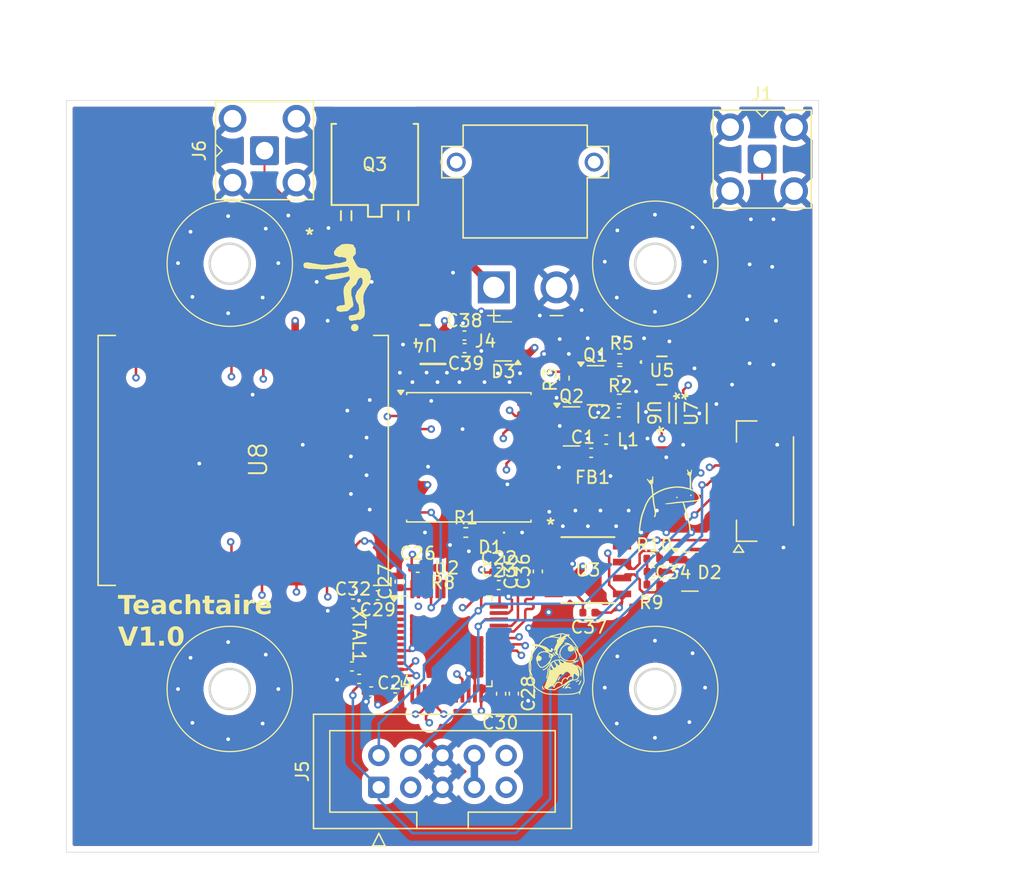
<source format=kicad_pcb>
(kicad_pcb (version 20241229) (generator "pcbnew") (generator_version "9.0")
  (layers (0 "F.Cu" signal) (4 "In1.Cu" signal) (6 "In2.Cu" signal) (2 "B.Cu" signal) (13 "F.Paste" user) (15 "B.Paste" user) (5 "F.SilkS" user "F.Silkscreen") (7 "B.SilkS" user "B.Silkscreen") (1 "F.Mask" user) (3 "B.Mask" user) (25 "Edge.Cuts" user))
  (net 0 "")
  (net 1 "Net-(J1-In)")
  (net 2 "Net-(C1-Pad2)")
  (net 3 "Net-(U5--IN)")
  (net 4 "GND")
  (net 5 "+3.3V")
  (net 6 "NRST")
  (net 7 "Net-(U2-PF0)")
  (net 8 "Net-(U2-PF1)")
  (net 9 "Net-(C34-Pad1)")
  (net 10 "5VLOGIC")
  (net 11 "VBAT")
  (net 12 "Net-(D1-A)")
  (net 13 "CANo_-")
  (net 14 "CANo_+")
  (net 15 "/GNSS_Bias_T/RF_IN")
  (net 16 "SWDIO")
  (net 17 "SWCLK1")
  (net 21 "Net-(Q1-G)")
  (net 22 "Net-(Q1-S)")
  (net 23 "/GNSS_Bias_T/ANT_OFF_N")
  (net 24 "Net-(U1-TIMEPULSE)")
  (net 25 "Net-(U5-+IN)")
  (net 26 "Net-(U2-BOOT0)")
  (net 27 "PA10")
  (net 28 "/GNSS_Bias_T/ANT_DETECT")
  (net 29 "PA9")
  (net 31 "/GNSS_Bias_T/ANT_SHORT_N")
  (net 36 "LoRa_RESET")
  (net 37 "LoRa_MOSI")
  (net 45 "LoRa_RX_SWITCH")
  (net 46 "LoRa_DIO2")
  (net 47 "LoRa_NSS")
  (net 51 "LoRa_TX_SWITCH")
  (net 52 "LoRa_SCK")
  (net 55 "LoRa_MISO")
  (net 63 "CAN_-")
  (net 64 "CAN_+")
  (net 65 "Net-(U5-OUT)")
  (net 66 "/GNSS_Bias_T/V_ANT")
  (net 69 "Net-(Q3-S)")
  (net 71 "Net-(J6-In)")
  (net 76 "GNSS_RESET")
  (net 77 "/GNSS_Bias_T/Antenna Supply")
  (net 78 "Net-(Q3-D)")
  (footprint "Capacitor_SMD:C_0402_1005Metric" (layer "F.Cu") (at 158.484457 104.931248 90)
    (property "Reference" "C27")
    (property "Value" "100nF")
  )
  (footprint "Capacitor_SMD:C_0402_1005Metric" (layer "F.Cu") (at 163.64715 85.282304 180)
    (property "Reference" "C38")
    (property "Value" "1uF")
  )
  (footprint "Capacitor_SMD:C_0402_1005Metric" (layer "F.Cu") (at 168.527632 104.111302 90)
    (property "Reference" "C35")
    (property "Value" "47uF")
  )
  (footprint "Resistor_SMD:R_0402_1005Metric" (layer "F.Cu") (at 178.715309 105.1579)
    (property "Reference" "R9")
    (property "Value" "60 Ω")
  )
  (footprint "Capacitor_SMD:C_0402_1005Metric" (layer "F.Cu") (at 173.577449 107.39715 180)
    (property "Reference" "C37")
    (property "Value" "100nF")
  )
  (footprint "Package_TO_SOT_SMD:SOT-23" (layer "F.Cu") (at 181.636088 104.12354)
    (property "Reference" "D2")
    (property "Value" "NUP2105L")
  )
  (footprint "Capacitor_SMD:C_0402_1005Metric" (layer "F.Cu") (at 163.662637 86.288947)
    (property "Reference" "C39")
    (property "Value" "100nF")
  )
  (footprint "Resistor_SMD:R_0402_1005Metric" (layer "F.Cu") (at 178.706105 103.090234 180)
    (property "Reference" "R10")
    (property "Value" "60 Ω")
  )
  (footprint "Resistor_SMD:R_0402_1005Metric" (layer "F.Cu") (at 171.616657 88.682001 -90)
    (property "Reference" "R3")
    (property "Value" "100kΩ" (hide yes))
  )
  (footprint "Capacitor_SMD:C_0402_1005Metric" (layer "F.Cu") (at 158.130068 114.169113)
    (property "Reference" "C24")
    (property "Value" "1uF" (hide yes))
  )
  (footprint "footprints:XCVR_RF-LORA-868-SO" (layer "F.Cu") (at 146 95.25 -90)
    (property "Reference" "U8")
    (property "Value" "RF-LORA-868-SO" (hide yes))
  )
  (footprint "Capacitor_SMD:C_0402_1005Metric" (layer "F.Cu") (at 159.921829 103.820022)
    (property "Reference" "C26")
    (property "Value" "100nF")
  )
  (footprint "Resistor_SMD:R_0402_1005Metric" (layer "F.Cu") (at 161.931957 103.831248 180)
    (property "Reference" "R8")
    (property "Value" "10kΩ")
  )
  (footprint "Capacitor_SMD:C_0402_1005Metric" (layer "F.Cu") (at 154.758603 106.675746)
    (property "Reference" "C32")
    (property "Value" "8pF" (hide yes))
  )
  (footprint "Capacitor_SMD:C_0402_1005Metric" (layer "F.Cu") (at 166.385456 104.18697)
    (property "Reference" "C22")
    (property "Value" "4.7uF")
  )
  (footprint "footprints:DBV0005A_N" (layer "F.Cu") (at 160.5 86 180)
    (property "Reference" "U4")
    (property "Value" "TLV70433DBVT" (hide yes))
  )
  (footprint "RF_GPS:ublox_MAX" (layer "F.Cu") (at 164 95)
    (property "Reference" "U1" (hide yes))
    (property "Value" "MAX-M10S")
  )
  (footprint "LOGO" (layer "F.Cu") (at 180 98.5)
    (property "Reference" "G***" (hide yes))
    (property "Value" "LOGO" (hide yes))
  )
  (footprint "Resistor_SMD:R_0402_1005Metric" (layer "F.Cu") (at 176.010768 90.351873 180)
    (property "Reference" "R2")
    (property "Value" "10Ω" (hide yes))
  )
  (footprint "Resistor_SMD:R_0402_1005Metric" (layer "F.Cu") (at 176.036802 87.132236 180)
    (property "Reference" "R5")
    (property "Value" "100kΩ" (hide yes))
  )
  (footprint "Capacitor_SMD:C_0402_1005Metric" (layer "F.Cu") (at 169.505544 104.11221 90)
    (property "Reference" "C36")
    (property "Value" "100nF")
  )
  (footprint "Connector_Coaxial:SMA_BAT_Wireless_BWSMA-KWE-Z001" (layer "F.Cu") (at 187.4 71.2 -90)
    (property "Reference" "J1")
    (property "Value" "Conn_Coaxial" (hide yes))
  )
  (footprint "Package_QFP:LQFP-48_7x7mm_P0.5mm" (layer "F.Cu") (at 162.234457 109.681248)
    (property "Reference" "U2")
    (property "Value" "STM32F072C8Tx" (hide yes))
  )
  (footprint "LOGO" (layer "F.Cu") (at 171 111.5)
    (property "Reference" "G***" (hide yes))
    (property "Value" "LOGO" (hide yes))
  )
  (footprint "Connector_Coaxial:SMA_BAT_Wireless_BWSMA-KWE-Z001" (layer "F.Cu") (at 147.7 70.525)
    (property "Reference" "J6")
    (property "Value" "Conn_Coaxial" (hide yes))
  )
  (footprint "Resistor_SMD:R_0402_1005Metric" (layer "F.Cu") (at 163.76 101)
    (property "Reference" "R1")
    (property "Value" "R")
  )
  (footprint "footprints:XTAL_NX3225GD-8MHZ-STD-CRA-3_NDK" (layer "F.Cu") (at 155.236045 109.186981 -90)
    (property "Reference" "XTAL1")
    (property "Value" "NX3225GD-8MHZ-STD-CRA-3" (hide yes))
  )
  (footprint "Connector_IDC:IDC-Header_2x05_P2.54mm_Vertical" (layer "F.Cu") (at 156.82 121.34 90)
    (property "Reference" "J5")
    (property "Value" "Conn_01x10")
  )
  (footprint "Package_TO_SOT_SMD:SOT-23" (layer "F.Cu") (at 166.75 85.75 180)
    (property "Reference" "D3")
    (property "Value" "BAT54C")
  )
  (footprint "LED_SMD:LED_0402_1005Metric" (layer "F.Cu") (at 165.71654 101.014705 180)
    (property "Reference" "D1")
    (property "Value" "LED")
  )
  (footprint "Capacitor_SMD:C_0402_1005Metric" (layer "F.Cu") (at 175.965712 91.416823 180)
    (property "Reference" "C2")
    (property "Value" "10nF" (hide yes))
  )
  (footprint "Capacitor_SMD:C_0402_1005Metric" (layer "F.Cu") (at 173.757934 94.642947)
    (property "Reference" "FB1")
    (property "Value" "FerriteBead")
  )
  (footprint "Package_TO_SOT_SMD:SOT-23" (layer "F.Cu") (at 172.191673 92.532768)
    (property "Reference" "Q2")
    (property "Value" "NMOS" (hide yes))
  )
  (footprint "Capacitor_SMD:C_0402_1005Metric" (layer "F.Cu") (at 154.674131 111.691251)
    (property "Reference" "C33" (hide yes))
    (property "Value" "8pF" (hide yes))
  )
  (footprint "Capacitor_SMD:C_0402_1005Metric" (layer "F.Cu") (at 156.210379 113.688996 180)
    (property "Reference" "C25" (hide yes))
    (property "Value" "10nF" (hide yes))
  )
  (footprint "Resistor_SMD:R_0402_1005Metric" (layer "F.Cu") (at 176.036802 88.132236)
    (property "Reference" "R4" (hide yes))
    (property "Value" "560Ω" (hide yes))
  )
  (footprint "Capacitor_SMD:C_0402_1005Metric" (layer "F.Cu") (at 166.385456 105.199285)
    (property "Reference" "C23")
    (property "Value" "100nF")
  )
  (footprint "Capacitor_SMD:C_0402_1005Metric" (layer "F.Cu") (at 178.700835 104.131303)
    (property "Reference" "C34")
    (property "Value" "47uF")
  )
  (footprint "Capacitor_SMD:C_0402_1005Metric" (layer "F.Cu") (at 156.729806 106.01384 180)
    (property "Reference" "C29")
    (property "Value" "4.7uF")
  )
  (footprint "Capacitor_SMD:C_0402_1005Metric" (layer "F.Cu") (at 155.25 112.688996 180)
    (property "Reference" "C31" (hide yes))
    (property "Value" "100nF" (hide yes))
  )
  (footprint "footprints:SC-88&slash_SC70-6&slash_SOT-363_419B-02_ONS" (layer "F.Cu") (at 181.75 91.5 90)
    (property "Reference" "U7")
    (property "Value" "NC7WZ07P6X" (hide yes))
  )
  (footprint "footprints:DC_4_ADI" (layer "F.Cu") (at 179.4017 88.075)
    (property "Reference" "U5")
    (property "Value" "LT6003HDC-TRMPBF" (hide yes))
  )
  (footprint "footprints:SO8_SOT96-1_NXP" (layer "F.Cu") (at 173.5 104)
    (property "Reference" "U3")
    (property "Value" "TJA1051T/3/1J")
  )
  (footprint "Package_TO_SOT_SMD:SOT-23" (layer "F.Cu") (at 174.102611 89.25)
    (property "Reference" "Q1")
    (property "Value" "PMOS" (hide yes))
  )
  (footprint "Capacitor_SMD:C_0402_1005Metric" (layer "F.Cu") (at 174.959787 93.58919 180)
    (property "Reference" "C1")
    (property "Value" "47pF" (hide yes))
  )
  (footprint "footprints:SC-88&slash_SC70-6&slash_SOT-363_419B-02_ONS" (layer "F.Cu") (at 178.75 91.435999 -90)
    (property "Reference" "U6")
    (property "Value" "NC7WZ07P6X" (hide yes))
  )
  (footprint "Capacitor_SMD:C_0402_1005Metric" (layer "F.Cu") (at 167.59376 113.863871 -90)
    (property "Reference" "C28")
    (property "Value" "100nF")
  )
  (footprint "footprints:MOLEX_5023860570" (layer "F.Cu") (at 187.4 96.9 -90)
    (property "Reference" "J2" (hide yes))
    (property "Value" "5023860570")
  )
  (footprint "footprints:PG-TO252-3-313_INF-L" (layer "F.Cu") (at 156.5 71.624799)
    (property "Reference" "Q3")
    (property "Value" "IPD90P04P4L04ATMA1" (hide yes))
  )
  (footprint "Inductor_SMD:L_0402_1005Metric" (layer "F.Cu") (at 175.970712 92.47321)
    (property "Reference" "L1")
    (property "Value" "27nH" (hide yes))
  )
  (footprint "footprints:AMASS_XT30PW-M" (layer "F.Cu") (at 168.493878 71.440398)
    (property "Reference" "J4")
    (property "Value" "XT30PW-M")
  )
  (footprint "Capacitor_SMD:C_0402_1005Metric" (layer "F.Cu") (at 166.575161 113.868407 -90)
    (property "Reference" "C30")
    (property "Value" "100nF")
  )
  (footprint "LOGO" (layer "F.Cu") (at 154 81)
    (property "Reference" "G***" (hide yes))
    (property "Value" "LOGO" (hide yes))
  )
  (gr_poly (pts (xy 176.139323 107.11946) (xy 175.517458 107.232542) (xy 176.221348 106.519227)) (stroke (width 0.2)) (fill yes) (layer "F.Cu") (net 5))
  (gr_poly (pts (xy 175.971348 106.078894) (xy 176.471348 106.078894) (xy 176.221348 106.328894)) (stroke (width 0.2)) (fill yes) (layer "F.Cu") (net 5))
  (gr_poly (pts (xy 162 84.5) (xy 161.5 85) (xy 162 85)) (stroke (width 0.2)) (fill yes) (layer "F.Cu") (net 5))
  (gr_poly (pts (xy 157.772565 113.995497) (xy 157.022565 113.495497) (xy 156.522565 113.495497) (xy 156.556399 114.787963) (xy 156.749254 114.940217) (xy 157.798114 114.392104)) (stroke (width 0.2)) (fill yes) (layer "F.Cu") (net 5))
  (gr_poly (pts (xy 158.5 97.15037) (xy 160.900122 97.181143) (xy 160.033293 98.474615)) (stroke (width 0.2)) (fill yes) (layer "F.Cu") (net 5))
  (gr_poly (pts (xy 180.25 90.75) (xy 180 91) (xy 180.5 91)) (stroke (width 0.2)) (fill yes) (layer "F.Cu") (net 66))
  (gr_poly (pts (xy 162 84.5) (xy 162.651896 85.021991) (xy 162 85)) (stroke (width 0.2)) (fill yes) (layer "F.Cu") (net 5))
  (gr_poly (pts (xy 158.462164 97.013544) (xy 158.462164 98.263544) (xy 158.962164 98.263544) (xy 158.962164 97.013544)) (stroke (width 0.2)) (fill yes) (layer "F.Cu") (net 5))
  (gr_poly (pts (xy 162 84.75) (xy 162.651896 85.021991) (xy 162.651896 85.25) (xy 162 85.25)) (stroke (width 0.2)) (fill yes) (layer "F.Cu") (net 5))
  (gr_poly (pts (xy 179.123074 102.685215) (xy 179.047596 102.662738) (xy 179.047596 102.912738)) (stroke (width 0.2)) (fill yes) (layer "F.Cu") (net 14))
  (gr_poly (pts (xy 179.129757 105.533548) (xy 179.054279 105.556025) (xy 179.054279 105.306025)) (stroke (width 0.2)) (fill yes) (layer "F.Cu") (net 13))
  (gr_poly (pts (xy 166.450017 106.591607) (xy 166.200017 106.841607) (xy 166.700017 106.841607)) (stroke (width 0.2)) (fill yes) (layer "F.Cu") (net 5))
  (gr_poly (pts (xy 164.984457 113.181248) (xy 165.64869 113.388407) (xy 164.984457 113.863871)) (stroke (width 0.2)) (fill yes) (layer "F.Cu") (net 5))
  (gr_poly (pts (xy 174.192706 107.604128) (xy 174.240378 107.206859) (xy 174.5 107.407619)) (stroke (width 0.2)) (fill yes) (layer "F.Cu") (net 5))
  (gr_poly (pts (xy 176.75 103.5) (xy 176.99323 103.89854) (xy 176.5 103.5)) (stroke (width 0.2)) (fill yes) (layer "F.Cu") (net 14))
  (gr_poly (pts (xy 176.728664 104.774125) (xy 176.971894 104.375585) (xy 176.478664 104.774125)) (stroke (width 0.2)) (fill yes) (layer "F.Cu") (net 13))
  (gr_circle (center 178.870563 113.490363) (end 183.870563 113.490363) (stroke (width 0.1)) (fill no) (layer "F.SilkS"))
  (gr_circle (center 178.870563 79.549237) (end 183.870563 79.549237) (stroke (width 0.1)) (fill no) (layer "F.SilkS"))
  (gr_circle (center 144.929437 113.490363) (end 149.929437 113.490363) (stroke (width 0.1)) (fill no) (layer "F.SilkS"))
  (gr_circle (center 144.929437 79.549237) (end 149.929437 79.549237) (stroke (width 0.1)) (fill no) (layer "F.SilkS"))
  (gr_circle (center 178.870563 79.549237) (end 180.470563 79.549237) (stroke (width 0.2)) (fill no) (layer "Edge.Cuts"))
  (gr_circle (center 178.870563 113.490363) (end 180.470563 113.490363) (stroke (width 0.2)) (fill no) (layer "Edge.Cuts"))
  (gr_rect (start 131.9 66.5198) (end 191.9 126.5198) (stroke (width 0.05)) (fill no) (layer "Edge.Cuts"))
  (gr_circle (center 144.929437 79.549237) (end 146.529437 79.549237) (stroke (width 0.2)) (fill no) (layer "Edge.Cuts"))
  (gr_circle (center 144.929437 113.490363) (end 146.529437 113.490363) (stroke (width 0.2)) (fill no) (layer "Edge.Cuts"))
  (gr_text "Teachtaire\nV1.0" (at 136 110.293298 0) (layer "F.SilkS") (effects (font (size 1.5 1.5) (thickness 0.3) (bold yes)) (justify left bottom)))
  (via (at 159.974803 106.895214) (size 0.6) (drill 0.3) (layers "F.Cu" "B.Cu") (net 0))
  (segment (start 180.533299 95.601) (end 187.4 88.734299) (width 0.1565) (layer "F.Cu") (net 1))
  (segment (start 175.439787 93.58919) (end 175.439787 95.360213) (width 0.1565) (layer "F.Cu") (net 1))
  (segment (start 175.485712 92.47321) (end 175.485712 93.494084) (width 0.374) (layer "F.Cu") (net 1))
  (segment (start 187.4 88.734299) (end 187.4 71.2) (width 0.1565) (layer "F.Cu") (net 1))
  (segment (start 175.485712 93.494084) (end 175.48374 93.496056) (width 0.2) (layer "F.Cu") (net 1))
  (segment (start 175.680574 95.601) (end 180.533299 95.601) (width 0.1565) (layer "F.Cu") (net 1))
  (segment (start 175.439787 95.360213) (end 175.680574 95.601) (width 0.1565) (layer "F.Cu") (net 1))
  (segment (start 174.479787 93.58919) (end 174.21 93.858977) (width 0.2) (layer "F.Cu") (net 2))
  (segment (start 174.21 94.615013) (end 174.237934 94.642947) (width 0.2) (layer "F.Cu") (net 2))
  (segment (start 174.21 93.858977) (end 174.21 94.615013) (width 0.2) (layer "F.Cu") (net 2))
  (segment (start 176.520768 90.351873) (end 176.520768 92.408154) (width 0.2) (layer "F.Cu") (net 3))
  (segment (start 177.721304 94.221304) (end 176.455712 92.955712) (width 0.2) (layer "F.Cu") (net 3))
  (segment (start 181.100001 92.564001) (end 181.100001 93.005057) (width 0.2) (layer "F.Cu") (net 3))
  (segment (start 176.520768 92.408154) (end 176.455712 92.47321) (width 0.2) (layer "F.Cu") (net 3))
  (segment (start 181.100001 93.005057) (end 179.883754 94.221304) (width 0.2) (layer "F.Cu") (net 3))
  (segment (start 176.520768 90.351873) (end 176.520768 89.671701) (width 0.2) (layer "F.Cu") (net 3))
  (segment (start 176.455712 92.955712) (end 176.455712 92.47321) (width 0.2) (layer "F.Cu") (net 3))
  (segment (start 177.25 88.377656) (end 177.777657 87.849999) (width 0.2) (layer "F.Cu") (net 3))
  (segment (start 177.777657 87.849999) (end 178.088412 87.849999) (width 0.2) (layer "F.Cu") (net 3))
  (segment (start 176.520768 89.671701) (end 177.25 88.942469) (width 0.2) (layer "F.Cu") (net 3))
  (segment (start 177.25 88.942469) (end 177.25 88.377656) (width 0.2) (layer "F.Cu") (net 3))
  (segment (start 179.883754 94.221304) (end 177.721304 94.221304) (width 0.2) (layer "F.Cu") (net 3))
  (segment (start 188.65 101.25) (end 188.65 101.75) (width 0.2) (layer "F.Cu") (net 4))
  (segment (start 154.215001 77.289799) (end 153.389799 77.289799) (width 0.2) (layer "F.Cu") (net 4))
  (segment (start 167.435457 106.377448) (end 167.161444 106.103435) (width 0.2) (layer "F.Cu") (net 4))
  (segment (start 152.685 86.525) (end 152.685 84.154539) (width 0.2) (layer "F.Cu") (net 4))
  (segment (start 188.65 92.55) (end 188.65 93.95) (width 0.2) (layer "F.Cu") (net 4))
  (segment (start 158.610068 113.907442) (end 157.963909 113.261283) (width 0.2) (layer "F.Cu") (net 4))
  (segment (start 164.484457 113.843748) (end 164.484457 112.734457) (width 0.2) (layer "F.Cu") (net 4))
  (segment (start 166.396957 107.431248) (end 167.168752 107.431248) (width 0.2) (layer "F.Cu") (net 4))
  (segment (start 152.685 84.154539) (end 152.739758 84.099781) (width 0.2) (layer "F.Cu") (net 4))
  (segment (start 188.65 93.95) (end 188.6 94) (width 0.2) (layer "F.Cu") (net 4))
  (segment (start 159.318752 110.431248) (end 159.5 110.25) (width 0.2) (layer "F.Cu") (net 4))
  (segment (start 154.278603 106.675746) (end 154.278603 106.471397) (width 0.2) (layer "F.Cu") (net 4))
  (segment (start 179.188598 104.12354) (end 179.180835 104.131303) (width 0.2) (layer "F.Cu") (net 4))
  (segment (start 158.610068 114.169113) (end 158.610068 113.907442) (width 0.2) (layer "F.Cu") (net 4))
  (segment (start 167.435457 107.164543) (end 167.435457 106.377448) (width 0.2) (layer "F.Cu") (net 4))
  (segment (start 154.77 112.688996) (end 153.561004 112.688996) (width 0.2) (layer "F.Cu") (net 4))
  (segment (start 170.778652 103.365) (end 169.772754 103.365) (width 0.2) (layer "F.Cu") (net 4))
  (segment (start 185.45 94.4) (end 188.2 94.4) (width 0.2) (layer "F.Cu") (net 4))
  (segment (start 155.730379 113.688996) (end 155.730379 114.430379) (width 0.2) (layer "F.Cu") (net 4))
  (segment (start 178.75 90.371998) (end 178.100001 90.371998) (width 0.2) (layer "F.Cu") (net 4))
  (segment (start 169.772754 103.365) (end 169.505544 103.63221) (width 0.2) (layer "F.Cu") (net 4))
  (segment (start 168.527632 103.631302) (end 169.504636 103.631302) (width 0.2) (layer "F.Cu") (net 4))
  (segment (start 154.194131 111.691251) (end 154.194131 112.055869) (width 0.2) (layer "F.Cu") (net 4))
  (segment (start 164.12715 84.89213) (end 163.53359 84.29857) (width 0.2) (layer "F.Cu") (net 4))
  (segment (start 154.278603 106.471397) (end 155 105.75) (width 0.2) (layer "F.Cu") (net 4))
  (segment (start 181.75 92.564001) (end 181.75 92.136377) (width 0.2) (layer "F.Cu") (net 4))
  (segment (start 178.100001 90.371998) (end 177.970047 90.371998) (width 0.2) (layer "F.Cu") (net 4))
  (segment (start 159.984457 104.237394) (end 160.401829 103.820022) (width 0.2) (layer "F.Cu") (net 4))
  (segment (start 154.194131 112.055869) (end 153.5 112.75) (width 0.2) (layer "F.Cu") (net 4))
  (segment (start 164.484457 112.734457) (end 164 112.25) (width 0.2) (layer "F.Cu") (net 4))
  (segment (start 169.504636 103.631302) (end 169.505544 103.63221) (width 0.2) (layer "F.Cu") (net 4))
  (segment (start 164.12715 85.282304) (end 164.12715 84.89213) (width 0.2) (layer "F.Cu") (net 4))
  (segment (start 159.984457 105.518748) (end 159.984457 104.237394) (width 0.2) (layer "F.Cu") (net 4))
  (segment (start 177.970047 90.371998) (end 177.348049 89.75) (width 0.2) (layer "F.Cu") (net 4))
  (segment (start 158.071957 110.431248) (end 159.318752 110.431248) (width 0.2) (layer "F.Cu") (net 4))
  (segment (start 153.389799 77.289799) (end 152.8 76.7) (width 0.2) (layer "F.Cu") (net 4))
  (segment (start 188.2 94.4) (end 188.6 94) (width 0.2) (layer "F.Cu") (net 4))
  (segment (start 167.168752 107.431248) (end 167.435457 107.164543) (width 0.2) (layer "F.Cu") (net 4))
  (segment (start 156.239906 105.8999) (end 156.252662 105.912656) (width 0.2) (layer "F.Cu") (net 4))
  (segment (start 153.561004 112.688996) (end 153.5 112.75) (width 0.2) (layer "F.Cu") (net 4))
  (segment (start 188.65 101.75) (end 189.1 102.2) (width 0.2) (layer "F.Cu") (net 4))
  (segment (start 182.573588 104.12354) (end 179.188598 104.12354) (width 0.2) (layer "F.Cu") (net 4))
  (segment (start 155.985966 105.75) (end 156.249806 106.01384) (width 0.2) (layer "F.Cu") (net 4))
  (segment (start 181.75 92.136377) (end 182.386377 91.5) (width 0.2) (layer "F.Cu") (net 4))
  (segment (start 155 105.75) (end 155.985966 105.75) (width 0.2) (layer "F.Cu") (net 4))
  (segment (start 155.730379 114.430379) (end 155.8 114.5) (width 0.2) (layer "F.Cu") (net 4))
  (via (at 147.800716 110.75) (size 0.6) (drill 0.3) (layers "F.Cu" "B.Cu") (net 4))
  (via (at 175.800716 116.25) (size 0.6) (drill 0.3) (layers "F.Cu" "B.Cu") (net 4))
  (via (at 164 102.5) (size 0.6) (drill 0.3) (layers "F.Cu" "B.Cu") (net 4))
  (via (at 153.5 112.75) (size 0.6) (drill 0.3) (layers "F.Cu" "B.Cu") (net 4))
  (via (at 175.3 96.5) (size 0.6) (drill 0.3) (layers "F.Cu" "B.Cu") (net 4))
  (via (at 164.991752 83.350394) (size 0.6) (drill 0.3) (layers "F.Cu" "B.Cu") (net 4))
  (via (at 167.07507 97.158824) (size 0.6) (drill 0.3) (layers "F.Cu" "B.Cu") (net 4))
  (via (at 176.377894 88.966353) (size 0.6) (drill 0.3) (layers "F.Cu" "B.Cu") (net 4))
  (via (at 147.550716 82.25) (size 0.6) (drill 0.3) (layers "F.Cu" "B.Cu") (net 4))
  (via (at 163.53359 84.29857) (size 0.6) (drill 0.3) (layers "F.Cu" "B.Cu") (net 4))
  (via (at 182.5 96.25) (size 0.6) (drill 0.3) (layers "F.Cu" "B.Cu") (net 4))
  (via (at 154.593748 97.928043) (size 0.6) (drill 0.3) (layers "F.Cu" "B.Cu") (net 4))
  (via (at 171.25 92.5) (size 0.6) (drill 0.3) (layers "F.Cu" "B.Cu") (net 4))
  (via (at 158.75 86) (size 0.6) (drill 0.3) (layers "F.Cu" "B.Cu") (net 4))
  (via (at 155.843748 93.428043) (size 0.6) (drill 0.3) (layers "F.Cu" "B.Cu") (net 4))
  (via (at 182.846129 113.387138) (size 0.6) (drill 0.3) (layers "F.Cu" "B.Cu") (net 4))
  (via (at 150.75 94) (size 0.6) (drill 0.3) (layers "F.Cu" "B.Cu") (net 4))
  (via (at 178.846129 109.637138) (size 0.6) (drill 0.3) (layers "F.Cu" "B.Cu") (net 4))
  (via (at 174.479787 86.75) (size 0.6) (drill 0.3) (layers "F.Cu" "B.Cu") (net 4))
  (via (at 152.75 107.25) (size 0.6) (drill 0.3) (layers "F.Cu" "B.Cu") (net 4))
  (via (at 141.948788 116.194472) (size 0.6) (drill 0.3) (layers "F.Cu" "B.Cu") (net 4))
  (via (at 182.846129 79.387138) (size 0.6) (drill 0.3) (layers "F.Cu" "B.Cu") (net 4))
  (via (at 173.479787 85.5) (size 0.6) (drill 0.3) (layers "F.Cu" "B.Cu") (net 4))
  (via (at 185 89.2) (size 0.6) (drill 0.3) (layers "F.Cu" "B.Cu") (net 4))
  (via (at 167.25 89) (size 0.6) (drill 0.3) (layers "F.Cu" "B.Cu") (net 4))
  (via (at 169.660232 83.68616) (size 0.6) (drill 0.3) (layers "F.Cu" "B.Cu") (net 4))
  (via (at 174.5 99.25) (size 0.6) (drill 0.3) (layers "F.Cu" "B.Cu") (net 4))
  (via (at 165.25 89) (size 0.6) (drill 0.3) (layers "F.Cu" "B.Cu") (net 4))
  (via (at 186.4 87.5) (size 0.6) (drill 0.3) (layers "F.Cu" "B.Cu") (net 4))
  (via (at 186.2 84) (size 0.6) (drill 0.3) (layers "F.Cu" "B.Cu") (net 4))
  (via (at 141.800716 111) (size 0.6) (drill 0.3) (layers "F.Cu" "B.Cu") (net 4))
  (via (at 168.087439 88.291131) (size 0.6) (drill 0.3) (layers "F.Cu" "B.Cu") (net 4))
  (via (at 164 112.25) (size 0.6) (drill 0.3) (layers "F.Cu" "B.Cu") (net 4))
  (via (at 162.7395 80.264489) (size 0.6) (drill 0.3) (layers "F.Cu" "B.Cu") (net 4))
  (via (at 159.5 110.25) (size 0.6) (drill 0.3) (layers "F.Cu" "B.Cu") (net 4))
  (via (at 160.75 95.75) (size 0.6) (drill 0.3) (layers "F.Cu" "B.Cu") (net 4))
  (via (at 161 90.5) (size 0.6) (drill 0.3) (layers "F.Cu" "B.Cu") (net 4))
  (via (at 180.597869 104.121619) (size 0.6) (drill 0.3) (layers "F.Cu" "B.Cu") (net 4))
  (via (at 188.5 84.1) (size 0.6) (drill 0.3) (layers "F.Cu" "B.Cu") (net 4))
  (via (at 144.800716 75.75) (size 0.6) (drill 0.3) (layers "F.Cu" "B.Cu") (net 4))
  (via (at 170 86.75) (size 0.6) (drill 0.3) (layers "F.Cu" "B.Cu") (net 4))
  (via (at 178.25 93.5) (size 0.6) (drill 0.3) (layers "F.Cu" "B.Cu") (net 4))
  (via (at 160.631249 88.237262) (size 0.6) (drill 0.3) (layers "F.Cu" "B.Cu") (net 4))
  (via (at 179.75 101) (size 0.6) (drill 0.3) (layers "F.Cu" "B.Cu") (net 4))
  (via (at 146.75 90) (size 0.6) (drill 0.3) (layers "F.Cu" "B.Cu") (net 4))
  (via (at 181.596129 82.137138) (size 0.6) (drill 0.3) (layers "F.Cu" "B.Cu") (net 4))
  (via (at 158.5 88.25) (size 0.6) (drill 0.3) (layers "F.Cu" "B.Cu") (net 4))
  (via (at 160.75 102.75) (size 0.6) (drill 0.3) (layers "F.Cu" "B.Cu") (net 4))
  (via (at 177.75 101) (size 0.6) (drill 0.3) (layers "F.Cu" "B.Cu") (net 4))
  (via (at 181.846129 110.637138) (size 0.6) (drill 0.3) (layers "F.Cu" "B.Cu") (net 4))
  (via (at 171 90.25) (size 0.6) (drill 0.3) (layers "F.Cu" "B.Cu") (net 4))
  (via (at 155 105.75) (size 0.6) (drill 0.3) (layers "F.Cu" "B.Cu") (net 4))
  (via (at 147.800716 76.75) (size 0.6) (drill 0.3) (layers "F.Cu" "B.Cu") (net 4))
  (via (at 181.1 94) (size 0.6) (drill 0.3) (layers "F.Cu" "B.Cu") (net 4))
  (via (at 156.25 81) (size 0.6) (drill 0.3) (layers "F.Cu" "B.Cu") (net 4))
  (via (at 178.846129 117.387138) (size 0.6) (drill 0.3) (layers "F.Cu" "B.Cu") (net 4))
  (via (at 182 87.899113) (size 0.6) (drill 0.3) (layers "F.Cu" "B.Cu") (net 4))
  (via (at 149.6 75.7) (size 0.6) (drill 0.3) (layers "F.Cu" "B.Cu") (net 4))
  (via (at 156.093748 90.428043) (size 0.6) (drill 0.3) (layers "F.Cu" "B.Cu") (net 4))
  (via (at 188.2 79.8) (size 0.6) (drill 0.3) (layers "F.Cu" "B.Cu") (net 4))
  (via (at 154.305175 91.273214) (size 0.6) (drill 0.3) (layers "F.Cu" "B.Cu") (net 4))
  (via (at 170.41685 99.349562) (size 0.6) (drill 0.3) (layers "F.Cu" "B.Cu") (net 4))
  (via (at 140.800716 113.5) (size 0.6) (drill 0.3) (layers "F.Cu" "B.Cu") (net 4))
  (via (at 167.161444 106.103435) (size 0.6) (drill 0.3) (layers "F.Cu" "B.Cu") (net 4))
  (via (at 188.3 76) (size 0.6) (drill 0.3) (layers "F.Cu" "B.Cu") (net 4))
  (via (at 147.550716 116.25) (size 0.6) (drill 0.3) (layers "F.Cu" "B.Cu") (net 4))
  (via (at 181.75 101) (size 0.6) (drill 0.3) (layers "F.Cu" "B.Cu") (net 4))
  (via (at 180 85.75) (size 0.6) (drill 0.3) (layers "F.Cu" "B.Cu") (net 4))
  (via (at 152.739758 84.099781) (size 0.6) (drill 0.3) (layers "F.Cu" "B.Cu") (net 4))
  (via (at 186.5 76) (size 0.6) (drill 0.3) (layers "F.Cu" "B.Cu") (net 4))
  (via (at 166.5 102.75) (size 0.6) (drill 0.3) (layers "F.Cu" "B.Cu") (net 4))
  (via (at 178.846129 83.387138) (size 0.6) (drill 0.3) (layers "F.Cu" "B.Cu") (net 4))
  (via (at 172.25 103.5) (size 0.6) (drill 0.3) (layers "F.Cu" "B.Cu") (net 4))
  (via (at 166.320535 88.301904) (size 0.6) (drill 0.3) (layers "F.Cu" "B.Cu") (net 4))
  (via (at 155.8 114.5) (size 0.6) (drill 0.3) (layers "F.Cu" "B.Cu") (net 4))
  (via (at 142.5 95.5) (size 0.6) (drill 0.3) (layers "F.Cu" "B.Cu") (net 4))
  (via (at 183.75 90.75) (size 0.6) (drill 0.3) (layers "F.Cu" "B.Cu") (net 4))
  (via (at 171.25 85.565686) (size 0.6) (drill 0.3) (layers "F.Cu" "B.Cu") (net 4))
  (via (at 164.995616 86.5112) (size 0.6) (drill 0.3) (layers "F.Cu" "B.Cu") (net 4))
  (via (at 182.386377 91.5) (size 0.6) (drill 0.3) (layers "F.Cu" "B.Cu") (net 4))
  (via (at 173.5 93.5) (size 0.6) (drill 0.3) (layers "F.Cu" "B.Cu") (net 4))
  (via (at 141.948788 82.194472) (size 0.6) (drill 0.3) (layers "F.Cu" "B.Cu") (net 4))
  (via (at 186.4 79.6) (size 0.6) (drill 0.3) (layers "F.Cu" "B.Cu") (net 4))
  (via (at 168.780989 108.63297) (size 0.6) (drill 0.3) (layers "F.Cu" "B.Cu") (net 4))
  (via (at 148.800716 113.5) (size 0.6) (drill 0.3) (layers "F.Cu" "B.Cu") (net 4))
  (via (at 144.800716 109.75) (size 0.6) (drill 0.3) (layers "F.Cu" "B.Cu") (net 4))
  (via (at 171.5 100.5) (size 0.6) (drill 0.3) (layers "F.Cu" "B.Cu") (net 4))
  (via (at 168.734457 114.431248) (size 0.6) (drill 0.3) (layers "F.Cu" "B.Cu") (net 4))
  (via (at 159.5 89) (size 0.6) (drill 0.3) (layers "F.Cu" "B.Cu") (net 4))
  (via (at 155.843748 96.428043) (size 0.6) (drill 0.3) (layers "F.Cu" "B.Cu") (net 4))
  (via (at 188.3 87.6) (size 0.6) (drill 0.3) (layers "F.Cu" "B.Cu") (net 4))
  (via (at 168.25 101) (size 0.6) (drill 0.3) (layers "F.Cu" "B.Cu") (net 4))
  (via (at 181.596129 116.137138) (size 0.6) (drill 0.3) (layers "F.Cu" "B.Cu") (net 4))
  (via (at 141.800716 77) (size 0.6) (drill 0.3) (layers "F.Cu" "B.Cu") (net 4))
  (via (at 178.131238 91.381238) (size 0.6) (drill 0.3) (layers "F.Cu" "B.Cu") (net 4))
  (via (at 156.093748 99.178043) (size 0.6) (drill 0.3) (layers "F.Cu" "B.Cu") (net 4))
  (via (at 175.846129 76.887138) (size 0.6) (drill 0.3) (layers "F.Cu" "B.Cu") (net 4))
  (via (at 177.348049 89.75) (size 0.6) (drill 0.3) (layers "F.Cu" "B.Cu") (net 4))
  (via (at 179 99.25) (size 0.6) (drill 0.3) (layers "F.Cu" "B.Cu") (net 4))
  (via (at 170.366371 107.367699) (size 0.6) (drill 0.3) (layers "F.Cu" "B.Cu") (net 4))
  (via (at 163.25 89) (size 0.6) (drill 0.3) (layers "F.Cu" "B.Cu") (net 4))
  (via (at 176.75 99.25) (size 0.6) (drill 0.3) (layers "F.Cu" "B.Cu") (net 4))
  (via (at 157.963909 113.261283) (size 0.6) (drill 0.3) (layers "F.Cu" "B.Cu") (net 4))
  (via (at 151.863731 80.999321) (size 0.6) (drill 0.3) (layers "F.Cu" "B.Cu") (net 4))
  (via (at 188.6 94) (size 0.6) (drill 0.3) (layers "F.Cu" "B.Cu") (net 4))
  (via (at 154.593748 94.928043) (size 0.6) (drill 0.3) (layers "F.Cu" "B.Cu") (net 4))
  (via (at 175.846129 110.887138) (size 0.6) (drill 0.3) (layers "F.Cu" "B.Cu") (net 4))
  (via (at 172.5 99.25) (size 0.6) (drill 0.3) (layers "F.Cu" "B.Cu") (net 4))
  (via (at 173 83.25) (size 0.6) (drill 0.3) (layers "F.Cu" "B.Cu") (net 4))
  (via (at 174.323466 91.428804) (size 0.6) (drill 0.3) (layers "F.Cu" "B.Cu") (net 4))
  (via (at 173.5 100.5) (size 0.6) (drill 0.3) (layers "F.Cu" "B.Cu") (net 4))
  (via (at 160.5 101) (size 0.6) (drill 0.3) (layers "F.Cu" "B.Cu") (net 4))
  (via (at 163.5 92.75) (size 0.6) (drill 0.3) (layers "F.Cu" "B.Cu") (net 4))
  (via (at 163.5 88) (size 0.6) (drill 0.3) (layers "F.Cu" "B.Cu") (net 4))
  (via (at 177.979787 85.5) (size 0.6) (drill 0.3) (layers "F.Cu" "B.Cu") (net 4))
  (via (at 152.8 76.7) (size 0.6) (drill 0.3) (layers "F.Cu" "B.Cu") (net 4))
  (via (at 178.846129 75.637138) (size 0.6) (drill 0.3) (layers "F.Cu" "B.Cu") (net 4))
  (via (at 176.5 94.25) (size 0.6) (drill 0.3) (layers "F.Cu" "B.Cu") (net 4))
  (via (at 148.800716 79.5) (size 0.6) (drill 0.3) (layers "F.Cu" "B.Cu") (net 4))
  (via (at 181.846129 76.637138) (size 0.6) (drill 0.3) (layers "F.Cu" "B.Cu") (net 4))
  (via (at 144.800716 117.5) (size 0.6) (drill 0.3) (layers "F.Cu" "B.Cu") (net 4))
  (via (at 140.800716 79.5) (size 0.6) (drill 0.3) (layers "F.Cu" "B.Cu") (net 4))
  (via (at 175.800716 82.25) (size 0.6) (drill 0.3) (layers "F.Cu" "B.Cu") (net 4))
  (via (at 174.846129 113.387138) (size 0.6) (drill 0.3) (layers "F.Cu" "B.Cu") (net 4))
  (via (at 162.25 88.25) (size 0.6) (drill 0.3) (layers "F.Cu" "B.Cu") (net 4))
  (via (at 179.75 95) (size 0.6) (drill 0.3) (layers "F.Cu" "B.Cu") (net 4))
  (via (at 162.5 102) (size 0.6) (drill 0.3) (layers "F.Cu" "B.Cu") (net 4))
  (via (at 175.75 100.5) (size 0.6) (drill 0.3) (layers "F.Cu" "B.Cu") (net 4))
  (via (at 144.800716 83.5) (size 0.6) (drill 0.3) (layers "F.Cu" "B.Cu") (net 4))
  (via (at 175.979787 85.5) (size 0.6) (drill 0.3) (layers "F.Cu" "B.Cu") (net 4))
  (via (at 174.846129 79.387138) (size 0.6) (drill 0.3) (layers "F.Cu" "B.Cu") (net 4))
  (via (at 171.186369 95.801628) (size 0.6) (drill 0.3) (layers "F.Cu" "B.Cu") (net 4))
  (via (at 161.5 89) (size 0.6) (drill 0.3) (layers "F.Cu" "B.Cu") (net 4))
  (via (at 189.1 102.2) (size 0.6) (drill 0.3) (layers "F.Cu" "B.Cu") (net 4))
  (via (at 171.979787 86.75) (size 0.6) (drill 0.3) (layers "F.Cu" "B.Cu") (net 4))
  (segment (start 175.192899 102.7977) (end 175.192899 102.757538) (width 0.2) (layer "F.Cu") (net 5))
  (segment (start 157.812398 105.411248) (end 157.209806 106.01384) (width 0.2) (layer "F.Cu") (net 5))
  (segment (start 183.5 95.8) (end 183.65 95.65) (width 0.2) (layer "F.Cu") (net 5))
  (segment (start 183.65 95.65) (end 185.45 95.65) (width 0.2) (layer "F.Cu") (net 5))
  (segment (start 175.35285 107.39715) (end 174.057449 107.39715) (width 0.2) (layer "F.Cu") (net 5))
  (segment (start 159.441829 102.808171) (end 159.5 102.75) (width 0.2) (layer "F.Cu") (net 5))
  (segment (start 157.170496 114.329504) (end 156.75 114.75) (width 0.2) (layer "F.Cu") (net 5))
  (segment (start 159.441829 103.820022) (end 159.441829 102.808171) (width 0.2) (layer "F.Cu") (net 5))
  (segment (start 162.767366 85.282304) (end 163.16715 85.282304) (width 0.4) (layer "F.Cu") (net 5))
  (segment (start 158.071957 106.931248) (end 157.659457 106.931248) (width 0.2) (layer "F.Cu") (net 5))
  (segment (start 157.212662 105.912656) (end 157.199906 105.8999) (width 0.2) (layer "F.Cu") (net 5))
  (segment (start 175.922454 105.905) (end 176.221348 105.905) (width 0.2) (layer "F.Cu") (net 5))
  (segment (start 158.484457 105.411248) (end 157.812398 105.411248) (width 0.2) (layer "F.Cu") (net 5))
  (segment (start 157.170496 114.169113) (end 157.170496 114.329504) (width 0.2) (layer "F.Cu") (net 5))
  (segment (start 165.905456 104.18697) (end 165.235656 104.18697) (width 0.2) (layer "F.Cu") (net 5))
  (segment (start 175.192899 102.757538) (end 175.086417 102.651056) (width 0.2) (layer "F.Cu") (net 5))
  (segment (start 157.659457 106.931248) (end 157.212662 106.484453) (width 0.2) (layer "F.Cu") (net 5))
  (segment (start 175.192899 102.7977) (end 175.192899 105.175445) (width 0.2) (layer "F.Cu") (net 5))
  (segment (start 159.484457 105.518748) (end 159.484457 103.86265) (width 0.2) (layer "F.Cu") (net 5))
  (segment (start 157.650068 114.169113) (end 157.170496 114.169113) (width 0.2) (layer "F.Cu") (net 5))
  (segment (start 175.192899 105.175445) (end 175.922454 105.905) (width 0.2) (layer "F.Cu") (net 5))
  (segment (start 166.450017 106.878188) (end 166.396957 106.931248) (width 0.2) (layer "F.Cu") (net 5))
  (segment (start 165.439798 113.388407) (end 164.984457 113.843748) (width 0.2) (layer "F.Cu") (net 5))
  (segment (start 159.484457 105.518748) (end 158.591957 105.518748) (width 0.2) (layer "F.Cu") (net 5))
  (segment (start 183.2 95.8) (end 183.5 95.8) (width 0.2) (layer "F.Cu") (net 5))
  (segment (start 165.905456 104.18697) (end 165.905456 105.199285) (width 0.2) (layer "F.Cu") (net 5))
  (segment (start 156.690379 113.688996) (end 156.717609 113.661766) (width 0.2) (layer "F.Cu") (net 5))
  (segment (start 162.070585 84.10954) (end 162.070585 84.820585) (width 0.4) (layer "F.Cu") (net 5))
  (segment (start 166.575161 113.388407) (end 165.439798 113.388407) (width 0.2) (layer "F.Cu") (net 5))
  (segment (start 150.145 84.100784) (end 150.145 86.275) (width 0.6) (layer "F.Cu") (net 5))
  (segment (start 176.221348 106.528652) (end 175.35285 107.39715) (width 0.2) (layer "F.Cu") (net 5))
  (segment (start 166.450017 105.950017) (end 166.450017 106.716607) (width 0.2) (layer "F.Cu") (net 5))
  (segment (start 157.170496 114.169113) (end 156.690379 113.688996) (width 0.2) (layer "F.Cu") (net 5))
  (segment (start 176.221348 105.905002) (end 176.221348 106.528652) (width 0.2) (layer "F.Cu") (net 5))
  (segment (start 164.984457 115.234457) (end 165 115.25) (width 0.2) (layer "F.Cu") (net 5))
  (segment (start 167.59376 113.383871) (end 166.579697 113.383871) (width 0.2) (layer "F.Cu") (net 5))
  (segment (start 162.293453 85.043453) (end 162.528515 85.043453) (width 0.4) (layer "F.Cu") (net 5))
  (segment (start 165.235656 104.18697) (end 165.023683 103.974997) (width 0.2) (layer "F.Cu") (net 5))
  (segment (start 165.905456 105.405456) (end 166.450017 105.950017) (width 0.2) (layer "F.Cu") (net 5))
  (segment (start 157.300633 110.931248) (end 156.717609 111.514272) (width 0.2) (layer "F.Cu") (net 5))
  (segment (start 162.070585 84.820585) (end 162.293453 85.043453) (width 0.4) (layer "F.Cu") (net 5))
  (segment (start 158.591957 105.518748) (end 158.484457 105.411248) (width 0.2) (layer "F.Cu") (net 5))
  (segment (start 162.528515 85.043453) (end 162.767366 85.282304) (width 0.4) (layer "F.Cu") (net 5))
  (segment (start 159.25 97.2) (end 159.25 98.3) (width 0.6) (layer "F.Cu") (net 5))
  (segment (start 156.717609 113.661766) (end 156.717609 111.514272) (width 0.2) (layer "F.Cu") (net 5))
  (segment (start 159.484457 103.86265) (end 159.441829 103.820022) (width 0.2) (layer "F.Cu") (net 5))
  (segment (start 157.212662 106.484453) (end 157.212662 105.912656) (width 0.2) (layer "F.Cu") (net 5))
  (segment (start 164.984457 113.843748) (end 164.984457 115.234457) (width 0.2) (layer "F.Cu") (net 5))
  (segment (start 159.25 97.2) (end 160.7 97.2) (width 0.6) (layer "F.Cu") (net 5))
  (segment (start 158.071957 110.931248) (end 157.300633 110.931248) (width 0.2) (layer "F.Cu") (net 5))
  (via (at 165.023683 103.974997) (size 0.6) (drill 0.3) (layers "F.Cu" "B.Cu") (net 5))
  (via (at 162.070585 84.10954) (size 0.6) (drill 0.3) (layers "F.Cu" "B.Cu") (net 5))
  (via (at 165 115.25) (size 0.6) (drill 0.3) (layers "F.Cu" "B.Cu") (net 5))
  (via (at 183.2 95.8) (size 0.6) (drill 0.3) (layers "F.Cu" "B.Cu") (net 5))
  (via (at 160.7 97.2) (size 0.6) (drill 0.3) (layers "F.Cu" "B.Cu") (net 5))
  (via (at 175.086417 102.651056) (size 0.6) (drill 0.3) (layers "F.Cu" "B.Cu") (net 5))
  (via (at 150.145 84.100784) (size 0.6) (drill 0.3) (layers "F.Cu" "B.Cu") (net 5))
  (via (at 176 107) (size 0.6) (drill 0.3) (layers "F.Cu" "B.Cu") (net 5))
  (via (at 156.75 114.75) (size 0.6) (drill 0.3) (layers "F.Cu" "B.Cu") (net 5))
  (via (at 159.5 102.75) (size 0.6) (drill 0.3) (layers "F.Cu" "B.Cu") (net 5))
  (segment (start 164.44 118.8) (end 164.44 121.34) (width 0.6) (layer "B.Cu") (net 5))
  (segment (start 154.75 113.668996) (end 154.75 114) (width 0.2) (layer "F.Cu") (net 6))
  (segment (start 158.071957 109.931248) (end 157.300633 109.931248) (width 0.2) (layer "F.Cu") (net 6))
  (segment (start 182.6 97.2) (end 183 97.2) (width 0.2) (layer "F.Cu") (net 6))
  (segment (start 156.8832 110.348681) (end 156.8832 110.781581) (width 0.2) (layer "F.Cu") (net 6))
  (segment (start 183 97.2) (end 183.3 96.9) (width 0.2) (layer "F.Cu") (net 6))
  (segment (start 157.300633 109.931248) (end 156.8832 110.348681) (width 0.2) (layer "F.Cu") (net 6))
  (segment (start 156.316609 111.348172) (end 156.316609 112.102387) (width 0.2) (layer "F.Cu") (net 6))
  (segment (start 183.3 96.9) (end 185.45 96.9) (width 0.2) (layer "F.Cu") (net 6))
  (segment (start 155.73 112.688996) (end 154.75 113.668996) (width 0.2) (layer "F.Cu") (net 6))
  (segment (start 156.316609 112.102387) (end 155.73 112.688996) (width 0.2) (layer "F.Cu") (net 6))
  (segment (start 156.8832 110.781581) (end 156.316609 111.348172) (width 0.2) (layer "F.Cu") (net 6))
  (via (at 182.6 97.2) (size 0.6) (drill 0.3) (layers "F.Cu" "B.Cu") (net 6))
  (via (at 154.75 114) (size 0.6) (drill 0.3) (layers "F.Cu" "B.Cu") (net 6))
  (segment (start 154.75 119.27) (end 154.75 114) (width 0.2) (layer "B.Cu") (net 6))
  (segment (start 156.82 122.32) (end 156.82 121.34) (width 0.2) (layer "B.Cu") (net 6))
  (segment (start 182.6 101.269545) (end 182.6 97.2) (width 0.2) (layer "B.Cu") (net 6))
  (segment (start 170.5 113.617) (end 170.5 113.369545) (width 0.2) (layer "B.Cu") (net 6))
  (segment (start 159.5 125) (end 156.82 122.32) (width 0.2) (layer "B.Cu") (net 6))
  (segment (start 167.75 125) (end 159.5 125) (width 0.2) (layer "B.Cu") (net 6))
  (segment (start 170.5 113.369545) (end 182.6 101.269545) (width 0.2) (layer "B.Cu") (net 6))
  (segment (start 170.5 122.25) (end 167.75 125) (width 0.2) (layer "B.Cu") (net 6))
  (segment (start 156.82 121.34) (end 154.75 119.27) (width 0.2) (layer "B.Cu") (net 6))
  (segment (start 170.5 113.617) (end 170.5 122.25) (width 0.2) (layer "B.Cu") (net 6))
  (segment (start 155.238603 106.675746) (end 155.238603 108.231923) (width 0.2) (layer "F.Cu") (net 7))
  (segment (start 155.238603 108.231923) (end 155.236045 108.234481) (width 0.2) (layer "F.Cu") (net 7))
  (segment (start 155.181885 108.288641) (end 155.824492 108.931248) (width 0.2) (layer "F.Cu") (net 7))
  (segment (start 155.824492 108.931248) (end 158.071957 108.931248) (width 0.2) (layer "F.Cu") (net 7))
  (segment (start 155.154131 110.221395) (end 155.236045 110.139481) (width 0.2) (layer "F.Cu") (net 8))
  (segment (start 155.154131 111.691251) (end 155.154131 110.221395) (width 0.2) (layer "F.Cu") (net 8))
  (segment (start 155.944278 109.431248) (end 158.071957 109.431248) (width 0.2) (layer "F.Cu") (net 8))
  (segment (start 155.181885 110.193641) (end 155.944278 109.431248) (width 0.2) (layer "F.Cu") (net 8))
  (segment (start 178.205309 104.146829) (end 178.220835 104.131303) (width 0.2) (layer "F.Cu") (net 9))
  (segment (start 178.205309 105.1579) (end 178.205309 104.146829) (width 0.2) (layer "F.Cu") (net 9))
  (segment (start 178.220835 103.114964) (end 178.196105 103.090234) (width 0.2) (layer "F.Cu") (net 9))
  (segment (start 178.220835 104.131303) (end 178.220835 103.114964) (width 0.2) (layer "F.Cu") (net 9))
  (segment (start 173.097449 106.49265) (end 173.097449 107.39715) (width 0.2) (layer "F.Cu") (net 10))
  (segment (start 171.2398 104.635001) (end 173.097449 106.49265) (width 0.2) (layer "F.Cu") (net 10))
  (segment (start 173.1 103.782786) (end 172.247786 104.635) (width 0.6) (layer "F.Cu") (net 10))
  (segment (start 169.25 86.25) (end 168.8 86.7) (width 0.6) (layer "F.Cu") (net 10))
  (segment (start 168.527632 104.591302) (end 170.734952 104.591302) (width 0.2) (layer "F.Cu") (net 10))
  (segment (start 173.1 103.7) (end 173.1 103.782786) (width 0.6) (layer "F.Cu") (net 10))
  (segment (start 168.8 86.7) (end 167.6875 86.7) (width 0.6) (layer "F.Cu") (net 10))
  (segment (start 172.247786 104.635) (end 170.778652 104.635) (width 0.6) (layer "F.Cu") (net 10))
  (segment (start 170.734952 104.591302) (end 170.778651 104.635001) (width 0.2) (layer "F.Cu") (net 10))
  (segment (start 170.778651 104.635001) (end 171.2398 104.635001) (width 0.2) (layer "F.Cu") (net 10))
  (via (at 169.25 86.25) (size 0.6) (drill 0.3) (layers "F.Cu" "B.Cu") (net 10))
  (via (at 173.1 103.7) (size 0.6) (drill 0.3) (layers "F.Cu" "B.Cu") (net 10))
  (segment (start 164.25 87.5) (end 165.25 87.5) (width 0.4) (layer "F.Cu") (net 11))
  (segment (start 165.813055 86.936945) (end 165.813055 86.563055) (width 0.4) (layer "F.Cu") (net 11))
  (segment (start 163.182637 86.288947) (end 163.182637 86.432637) (width 0.4) (layer "F.Cu") (net 11))
  (segment (start 161.875001 86) (end 162.89369 86) (width 0.4) (layer "F.Cu") (net 11))
  (segment (start 165.8125 86.5625) (end 165.8125 85.75) (width 0.4) (layer "F.Cu") (net 11))
  (segment (start 163.182637 86.432637) (end 164.25 87.5) (width 0.4) (layer "F.Cu") (net 11))
  (segment (start 165.813055 86.563055) (end 165.8125 86.5625) (width 0.4) (layer "F.Cu") (net 11))
  (segment (start 165.25 87.5) (end 165.813055 86.936945) (width 0.4) (layer "F.Cu") (net 11))
  (segment (start 162.89369 86) (end 163.182637 86.288947) (width 0.4) (layer "F.Cu") (net 11))
  (segment (start 165.216835 101) (end 165.23154 101.014705) (width 0.2) (layer "F.Cu") (net 12))
  (segment (start 164.27 101) (end 165.216835 101) (width 0.2) (layer "F.Cu") (net 12))
  (segment (start 180.698588 105.07354) (end 181.804839 105.07354) (width 0.2) (layer "F.Cu") (net 13))
  (segment (start 177.885969 105.7789) (end 177.634309 105.52724) (width 0.2) (layer "F.Cu") (net 13))
  (segment (start 176.507808 104.34854) (end 176.221348 104.635) (width 0.2) (layer "F.Cu") (net 13))
  (segment (start 177.634309 105.52724) (end 177.634309 104.767637) (width 0.2) (layer "F.Cu") (net 13))
  (segment (start 184.065001 104.354496) (end 184.065001 104.355001) (width 0.2) (layer "F.Cu") (net 13))
  (segment (start 183.770597 104.305999) (end 184.016504 104.305999) (width 0.2) (layer "F.Cu") (net 13))
  (segment (start 184.016504 104.305999) (end 184.065001 104.354496) (width 0.2) (layer "F.Cu") (net 13))
  (segment (start 177.215212 104.34854) (end 176.507808 104.34854) (width 0.2) (layer "F.Cu") (net 13))
  (segment (start 178.886977 105.7789) (end 177.885969 105.7789) (width 0.2) (layer "F.Cu") (net 13))
  (segment (start 182.153839 104.72454) (end 183.352056 104.72454) (width 0.2) (layer "F.Cu") (net 13))
  (segment (start 183.352056 104.72454) (end 183.770597 104.305999) (width 0.2) (layer "F.Cu") (net 13))
  (segment (start 179.592337 105.07354) (end 178.886977 105.7789) (width 0.2) (layer "F.Cu") (net 13))
  (segment (start 181.804839 105.07354) (end 182.153839 104.72454) (width 0.2) (layer "F.Cu") (net 13))
  (segment (start 180.698588 105.07354) (end 179.592337 105.07354) (width 0.2) (layer "F.Cu") (net 13))
  (segment (start 184.065001 104.355001) (end 185.11 105.4) (width 0.2) (layer "F.Cu") (net 13))
  (segment (start 177.634309 104.767637) (end 177.215212 104.34854) (width 0.2) (layer "F.Cu") (net 13))
  (segment (start 184.065001 103.904999) (end 185.11 102.86) (width 0.2) (layer "F.Cu") (net 14))
  (segment (start 180.698588 103.17354) (end 181.804839 103.17354) (width 0.2) (layer "F.Cu") (net 14))
  (segment (start 176.75489 103.89854) (end 176.221349 103.364999) (width 0.2) (layer "F.Cu") (net 14))
  (segment (start 181.804839 103.17354) (end 182.153839 103.52254) (width 0.2) (layer "F.Cu") (net 14))
  (segment (start 177.625105 103.48389) (end 177.210455 103.89854) (width 0.2) (layer "F.Cu") (net 14))
  (segment (start 177.876765 102.469234) (end 177.625105 102.720894) (width 0.2) (layer "F.Cu") (net 14))
  (segment (start 177.625105 102.720894) (end 177.625105 103.48389) (width 0.2) (layer "F.Cu") (net 14))
  (segment (start 178.888031 102.469234) (end 177.876765 102.469234) (width 0.2) (layer "F.Cu") (net 14))
  (segment (start 183.352056 103.52254) (end 183.734515 103.904999) (width 0.2) (layer "F.Cu") (net 14))
  (segment (start 183.734515 103.904999) (end 184.065001 103.904999) (width 0.2) (layer "F.Cu") (net 14))
  (segment (start 180.698588 103.17354) (end 179.592337 103.17354) (width 0.2) (layer "F.Cu") (net 14))
  (segment (start 177.210455 103.89854) (end 176.75489 103.89854) (width 0.2) (layer "F.Cu") (net 14))
  (segment (start 182.153839 103.52254) (end 183.352056 103.52254) (width 0.2) (layer "F.Cu") (net 14))
  (segment (start 179.592337 103.17354) (end 178.888031 102.469234) (width 0.2) (layer "F.Cu") (net 14))
  (segment (start 173.277934 94.992066) (end 173.277934 94.642947) (width 0.2) (layer "F.Cu") (net 15))
  (segment (start 169.97 98.3) (end 173.277934 94.992066) (width 0.2) (layer "F.Cu") (net 15))
  (segment (start 168.75 98.3) (end 169.97 98.3) (width 0.2) (layer "F.Cu") (net 15))
  (segment (start 164.75 108.5) (end 165.318752 107.931248) (width 0.2) (layer "F.Cu") (net 16))
  (segment (start 182 99.6) (end 183.45 98.15) (width 0.2) (layer "F.Cu") (net 16))
  (segment (start 165.318752 107.931248) (end 166.396957 107.931248) (width 0.2) (layer "F.Cu") (net 16))
  (segment (start 183.45 98.15) (end 185.45 98.15) (width 0.2) (layer "F.Cu") (net 16))
  (via (at 182 99.6) (size 0.6) (drill 0.3) (layers "F.Cu" "B.Cu") (net 16))
  (via (at 164.75 108.5) (size 0.6) (drill 0.3) (layers "F.Cu" "B.Cu") (net 16))
  (segment (start 164.75 108.5) (end 164.75 113.599943) (width 0.2) (layer "B.Cu") (net 16))
  (segment (start 174.150057 108) (end 177.427438 104.722619) (width 0.2) (layer "B.Cu") (net 16))
  (segment (start 165.25 108) (end 174.150057 108) (width 0.2) (layer "B.Cu") (net 16))
  (segment (start 159.549943 118.8) (end 159.36 118.8) (width 0.2) (layer "B.Cu") (net 16))
  (segment (start 164.75 113.599943) (end 159.549943 118.8) (width 0.2) (layer "B.Cu") (net 16))
  (segment (start 177.427438 104.172562) (end 182 99.6) (width 0.2) (layer "B.Cu") (net 16))
  (segment (start 177.427438 104.722619) (end 177.427438 104.172562) (width 0.2) (layer "B.Cu") (net 16))
  (segment (start 164.75 108.5) (end 165.25 108) (width 0.2) (layer "B.Cu") (net 16))
  (segment (start 164.984457 107.015543) (end 164.75 107.25) (width 0.2) (layer "F.Cu") (net 17))
  (segment (start 183.236286 101.613714) (end 179.013714 101.613714) (width 0.2) (layer "F.Cu") (net 17))
  (segment (start 185.45 99.4) (end 183.236286 101.613714) (width 0.2) (layer "F.Cu") (net 17))
  (segment (start 164.984457 105.518748) (end 164.984457 107.015543) (width 0.2) (layer "F.Cu") (net 17))
  (via (at 164.75 107.25) (size 0.6) (drill 0.3) (layers "F.Cu" "B.Cu") (net 17))
  (via (at 179.013714 101.613714) (size 0.6) (drill 0.3) (layers "F.Cu" "B.Cu") (net 17))
  (segment (start 160.419752 111.580248) (end 160.419752 112.680191) (width 0.2) (layer "B.Cu") (net 17))
  (segment (start 167.410387 106.704435) (end 167.41969 106.695132) (width 0.2) (layer "B.Cu") (net 17))
  (segment (start 160.419752 112.680191) (end 156.82 116.279943) (width 0.2) (layer "B.Cu") (net 17))
  (segment (start 164.75 107.25) (end 160.419752 111.580248) (width 0.2) (layer "B.Cu") (net 17))
  (segment (start 165.304868 106.695132) (end 166.903198 106.695132) (width 0.2) (layer "B.Cu") (net 17))
  (segment (start 166.912501 106.704435) (end 167.410387 106.704435) (width 0.2) (layer "B.Cu") (net 17))
  (segment (start 178.286343 101.613714) (end 173.204925 106.695132) (width 0.2) (layer "B.Cu") (net 17))
  (segment (start 164.75 107.25) (end 165.304868 106.695132) (width 0.2) (layer "B.Cu") (net 17))
  (segment (start 166.903198 106.695132) (end 166.912501 106.704435) (width 0.2) (layer "B.Cu") (net 17))
  (segment (start 179.013714 101.613714) (end 178.286343 101.613714) (width 0.2) (layer "B.Cu") (net 17))
  (segment (start 156.82 116.279943) (end 156.82 118.8) (width 0.2) (layer "B.Cu") (net 17))
  (segment (start 167.41969 106.695132) (end 173.204925 106.695132) (width 0.2) (layer "B.Cu") (net 17))
  (segment (start 173.165111 90.2) (end 173.165111 92.49683) (width 0.2) (layer "F.Cu") (net 21))
  (segment (start 171.616657 89.192001) (end 172.157112 89.192001) (width 0.2) (layer "F.Cu") (net 21))
  (segment (start 173.165111 92.49683) (end 173.129173 92.532768) (width 0.2) (layer "F.Cu") (net 21))
  (segment (start 172.157112 89.192001) (end 173.165111 90.2) (width 0.2) (layer "F.Cu") (net 21))
  (segment (start 175.526802 90.325839) (end 175.500768 90.351873) (width 0.2) (layer "F.Cu") (net 22))
  (segment (start 175.526802 88.132236) (end 175.526802 90.325839) (width 0.2) (layer "F.Cu") (net 22))
  (segment (start 171.254173 94.495827) (end 171.254173 93.482768) (width 0.2) (layer "F.Cu") (net 23))
  (segment (start 169.65 96.1) (end 171.254173 94.495827) (width 0.2) (layer "F.Cu") (net 23))
  (segment (start 168.75 96.1) (end 169.65 96.1) (width 0.2) (layer "F.Cu") (net 23))
  (segment (start 163.25 101) (end 163.25 96.75) (width 0.2) (layer "F.Cu") (net 24))
  (segment (start 163.25 96.75) (end 160.4 93.9) (width 0.2) (layer "F.Cu") (net 24))
  (segment (start 159.899 93.9) (end 159.25 93.9) (width 0.2) (layer "F.Cu") (net 24))
  (segment (start 160.4 93.9) (end 159.25 93.9) (width 0.2) (layer "F.Cu") (net 24))
  (segment (start 177.132236 87.132236) (end 176.546802 87.132236) (width 0.2) (layer "F.Cu") (net 25))
  (segment (start 178.5 87.4) (end 177.4 87.4) (width 0.2) (layer "F.Cu") (net 25))
  (segment (start 176.546802 88.132236) (end 176.546802 87.132236) (width 0.2) (layer "F.Cu") (net 25))
  (segment (start 177.4 87.4) (end 177.132236 87.132236) (width 0.2) (layer "F.Cu") (net 25))
  (segment (start 161.421957 103.831248) (end 161.484457 103.893748) (width 0.2) (layer "F.Cu") (net 26))
  (segment (start 161.484457 103.893748) (end 161.484457 105.518748) (width 0.2) (layer "F.Cu") (net 26))
  (segment (start 157.55 91.7) (end 157.5 91.75) (width 0.2) (layer "F.Cu") (net 27))
  (segment (start 159.25 91.7) (end 157.55 91.7) (width 0.2) (layer "F.Cu") (net 27))
  (segment (start 168.009499 109.331249) (end 167.9095 109.431248) (width 0.2) (layer "F.Cu") (net 27))
  (segment (start 167.9095 109.431248) (end 166.396957 109.431248) (width 0.2) (layer "F.Cu") (net 27))
  (via (at 168.009499 109.331249) (size 0.6) (drill 0.3) (layers "F.Cu" "B.Cu") (net 27))
  (via (at 157.5 91.75) (size 0.6) (drill 0.3) (layers "F.Cu" "B.Cu") (net 27))
  (segment (start 167.05 92.8) (end 168.75 92.8) (width 0.2) (layer "F.Cu") (net 28))
  (segment (start 179.390688 93.524899) (end 179.390688 92.509311) (width 0.2) (layer "F.Cu") (net 28))
  (segment (start 179.390688 92.509311) (end 179.399999 92.5) (width 0.2) (layer "F.Cu") (net 28))
  (segment (start 166.75 93.1) (end 167.05 92.8) (width 0.2) (layer "F.Cu") (net 28))
  (segment (start 166.75 93.5) (end 166.75 93.1) (width 0.2) (layer "F.Cu") (net 28))
  (via (at 179.390688 93.524899) (size 0.6) (drill 0.3) (layers "F.Cu" "B.Cu") (net 28))
  (via (at 166.75 93.5) (size 0.6) (drill 0.3) (layers "F.Cu" "B.Cu") (net 28))
  (segment (start 168.5 110.031248) (end 168.4 109.931248) (width 0.2) (layer "F.Cu") (net 29))
  (segment (start 159.3 92.75) (end 159.25 92.8) (width 0.2) (layer "F.Cu") (net 29))
  (segment (start 168.4 109.931248) (end 166.396957 109.931248) (width 0.2) (layer "F.Cu") (net 29))
  (segment (start 161 92.75) (end 159.3 92.75) (width 0.2) (layer "F.Cu") (net 29))
  (via (at 161 92.75) (size 0.6) (drill 0.3) (layers "F.Cu" "B.Cu") (net 29))
  (via (at 168.5 110.031248) (size 0.6) (drill 0.3) (layers "F.Cu" "B.Cu") (net 29))
  (segment (start 167.7 91.7) (end 168.75 91.7) (width 0.2) (layer "F.Cu") (net 31))
  (segment (start 167.25 91.25) (end 167.7 91.7) (width 0.2) (layer "F.Cu") (net 31))
  (segment (start 181.100001 89.649999) (end 181.5 89.25) (width 0.2) (layer "F.Cu") (net 31))
  (segment (start 181.100001 90.435999) (end 181.100001 89.649999) (width 0.2) (layer "F.Cu") (net 31))
  (via (at 167.25 91.25) (size 0.6) (drill 0.3) (layers "F.Cu" "B.Cu") (net 31))
  (via (at 181.5 89.25) (size 0.6) (drill 0.3) (layers "F.Cu" "B.Cu") (net 31))
  (segment (start 159.75 111.25) (end 159.068752 111.931248) (width 0.2) (layer "F.Cu") (net 36))
  (segment (start 145.065 101.815) (end 145 101.75) (width 0.2) (layer "F.Cu") (net 36))
  (segment (start 145.065 103.975) (end 145.065 101.815) (width 0.2) (layer "F.Cu") (net 36))
  (segment (start 159.068752 111.931248) (end 158.071957 111.931248) (width 0.2) (layer "F.Cu") (net 36))
  (via (at 159.75 111.25) (size 0.6) (drill 0.3) (layers "F.Cu" "B.Cu") (net 36))
  (via (at 145 101.75) (size 0.6) (drill 0.3) (layers "F.Cu" "B.Cu") (net 36))
  (segment (start 152.685 105.935) (end 152.685 103.975) (width 0.2) (layer "F.Cu") (net 37))
  (segment (start 152.75 106) (end 152.685 105.935) (width 0.2) (layer "F.Cu") (net 37))
  (segment (start 161.484457 114.984457) (end 161.484457 113.843748) (width 0.2) (layer "F.Cu") (net 37))
  (segment (start 152.75 106.141044) (end 152.75 106) (width 0.2) (layer "F.Cu") (net 37))
  (segment (start 162 115.5) (end 161.484457 114.984457) (width 0.2) (layer "F.Cu") (net 37))
  (via (at 152.75 106.141044) (size 0.6) (drill 0.3) (layers "F.Cu" "B.Cu") (net 37))
  (via (at 162 115.5) (size 0.6) (drill 0.3) (layers "F.Cu" "B.Cu") (net 37))
  (segment (start 167.818752 110.431248) (end 166.396957 110.431248) (width 0.2) (layer "F.Cu") (net 45))
  (segment (start 147.605 88.75) (end 147.605 86.525) (width 0.2) (layer "F.Cu") (net 45))
  (segment (start 168.193752 110.806248) (end 167.818752 110.431248) (width 0.2) (layer "F.Cu") (net 45))
  (via (at 147.605 88.75) (size 0.6) (drill 0.3) (layers "F.Cu" "B.Cu") (net 45))
  (via (at 168.193752 110.806248) (size 0.6) (drill 0.3) (layers "F.Cu" "B.Cu") (net 45))
  (segment (start 137.45 88.65) (end 137.45 88.75) (width 0.2) (layer "F.Cu") (net 46))
  (segment (start 137.445 86.525) (end 137.445 88.645) (width 0.2) (layer "F.Cu") (net 46))
  (segment (start 163.05 112.3) (end 163.484457 112.734457) (width 0.2) (layer "F.Cu") (net 46))
  (segment (start 137.445 88.645) (end 137.45 88.65) (width 0.2) (layer "F.Cu") (net 46))
  (segment (start 163.484457 112.734457) (end 163.484457 113.843748) (width 0.2) (layer "F.Cu") (net 46))
  (via (at 137.45 88.65) (size 0.6) (drill 0.3) (layers "F.Cu" "B.Cu") (net 46))
  (via (at 163.05 112.3) (size 0.6) (drill 0.3) (layers "F.Cu" "B.Cu") (net 46))
  (segment (start 155.333816 101.686705) (end 155 102.020521) (width 0.2) (layer "F.Cu") (net 47))
  (segment (start 159.818752 112.431248) (end 158.071957 112.431248) (width 0.2) (layer "F.Cu") (net 47))
  (segment (start 155 102.020521) (end 155 103.75) (width 0.2) (layer "F.Cu") (net 47))
  (segment (start 155.686705 101.686705) (end 155.333816 101.686705) (width 0.2) (layer "F.Cu") (net 47))
  (segment (start 155 103.75) (end 155.225 103.975) (width 0.2) (layer "F.Cu") (net 47))
  (via (at 159.818752 112.431248) (size 0.6) (drill 0.3) (layers "F.Cu" "B.Cu") (net 47))
  (via (at 155.686705 101.686705) (size 0.6) (drill 0.3) (layers "F.Cu" "B.Cu") (net 47))
  (segment (start 156.186705 101.686705) (end 158.899 104.399) (width 0.2) (layer "B.Cu") (net 47))
  (segment (start 155.686705 101.686705) (end 156.186705 101.686705) (width 0.2) (layer "B.Cu") (net 47))
  (segment (start 158.899 104.399) (end 158.899 111.511496) (width 0.2) (layer "B.Cu") (net 47))
  (segment (start 158.899 111.511496) (end 159.818752 112.431248) (width 0.2) (layer "B.Cu") (net 47))
  (segment (start 164.484457 105.518748) (end 164.484457 106.290072) (width 0.2) (layer "F.Cu") (net 51))
  (segment (start 163.774529 107) (end 163.5 107) (width 0.2) (layer "F.Cu") (net 51))
  (segment (start 164.484457 106.290072) (end 163.774529 107) (width 0.2) (layer "F.Cu") (net 51))
  (segment (start 145.065 88.565) (end 145.065 86.525) (width 0.2) (layer "F.Cu") (net 51))
  (via (at 163.5 107) (size 0.6) (drill 0.3) (layers "F.Cu" "B.Cu") (net 51))
  (via (at 145.065 88.565) (size 0.6) (drill 0.3) (layers "F.Cu" "B.Cu") (net 51))
  (segment (start 147.5 104.08) (end 147.605 103.975) (width 0.2) (layer "F.Cu") (net 52))
  (segment (start 159.75 115.5) (end 160 115.5) (width 0.2) (layer "F.Cu") (net 52))
  (segment (start 160 115.5) (end 160.484457 115.015543) (width 0.2) (layer "F.Cu") (net 52))
  (segment (start 160.484457 115.015543) (end 160.484457 113.843748) (width 0.2) (layer "F.Cu") (net 52))
  (segment (start 147.5 106) (end 147.5 104.08) (width 0.2) (layer "F.Cu") (net 52))
  (via (at 147.5 106) (size 0.6) (drill 0.3) (layers "F.Cu" "B.Cu") (net 52))
  (via (at 159.75 115.5) (size 0.6) (drill 0.3) (layers "F.Cu" "B.Cu") (net 52))
  (segment (start 160.586202 115.632896) (end 160.984457 115.234641) (width 0.2) (layer "F.Cu") (net 55))
  (segment (start 150.25 104.08) (end 150.145 103.975) (width 0.2) (layer "F.Cu") (net 55))
  (segment (start 160.586202 115.923829) (end 160.586202 115.632896) (width 0.2) (layer "F.Cu") (net 55))
  (segment (start 160.848403 116.18603) (end 160.586202 115.923829) (width 0.2) (layer "F.Cu") (net 55))
  (segment (start 150.25 105.75) (end 150.25 104.08) (width 0.2) (layer "F.Cu") (net 55))
  (segment (start 160.984457 115.234641) (end 160.984457 113.843748) (width 0.2) (layer "F.Cu") (net 55))
  (via (at 150.25 105.75) (size 0.6) (drill 0.3) (layers "F.Cu" "B.Cu") (net 55))
  (via (at 160.848403 116.18603) (size 0.6) (drill 0.3) (layers "F.Cu" "B.Cu") (net 55))
  (segment (start 167.009457 108.906248) (end 166.984457 108.931248) (width 0.2) (layer "F.Cu") (net 63))
  (segment (start 169.000454 107.11) (end 168.66 107.11) (width 0.2) (layer "F.Cu") (net 63))
  (segment (start 169.202301 105.202301) (end 168.845398 105.202301) (width 0.2) (layer "F.Cu") (net 63))
  (segment (start 169.905 105.905) (end 169.202301 105.202301) (width 0.2) (layer "F.Cu") (net 63))
  (segment (start 166.984457 108.931248) (end 166.396957 108.931248) (width 0.2) (layer "F.Cu") (net 63))
  (segment (start 168.5 107.35) (end 168.5 107.514136) (width 0.2) (layer "F.Cu") (net 63))
  (segment (start 168.5 107.514136) (end 168.5 107.992221) (width 0.2) (layer "F.Cu") (net 63))
  (segment (start 168.66 105.91) (end 169.00045 105.91) (width 0.2) (layer "F.Cu") (net 63))
  (segment (start 169.00045 106.31) (end 168.66 106.31) (width 0.2) (layer "F.Cu") (net 63))
  (segment (start 169.16045 106.07) (end 169.16045 106.15) (width 0.2) (layer "F.Cu") (net 63))
  (segment (start 168.5 105.547699) (end 168.5 105.75) (width 0.2) (layer "F.Cu") (net 63))
  (segment (start 168.845398 105.202301) (end 168.5 105.547699) (width 0.2) (layer "F.Cu") (net 63))
  (segment (start 168.66 106.71) (end 169.000454 106.71) (width 0.2) (layer "F.Cu") (net 63))
  (segment (start 168.5 107.27) (end 168.5 107.35) (width 0.2) (layer "F.Cu") (net 63))
  (segment (start 168.5 107.992221) (end 167.585973 108.906248) (width 0.2) (layer "F.Cu") (net 63))
  (segment (start 169.160454 106.87) (end 169.160454 106.95) (width 0.2) (layer "F.Cu") (net 63))
  (segment (start 170.778654 105.905) (end 169.905 105.905) (width 0.2) (layer "F.Cu") (net 63))
  (segment (start 168.5 106.47) (end 168.5 106.55) (width 0.2) (layer "F.Cu") (net 63))
  (segment (start 167.585973 108.906248) (end 167.009457 108.906248) (width 0.2) (layer "F.Cu") (net 63))
  (arc (start 169.000454 106.71) (mid 169.113591 106.756863) (end 169.160454 106.87) (width 0.2) (layer "F.Cu") (net 63))
  (arc (start 169.160454 106.95) (mid 169.113591 107.063137) (end 169.000454 107.11) (width 0.2) (layer "F.Cu") (net 63))
  (arc (start 169.16045 106.15) (mid 169.113587 106.263137) (end 169.00045 106.31) (width 0.2) (layer "F.Cu") (net 63))
  (arc (start 168.5 106.55) (mid 168.546863 106.663137) (end 168.66 106.71) (width 0.2) (layer "F.Cu") (net 63))
  (arc (start 168.66 107.11) (mid 168.546863 107.156863) (end 168.5 107.27) (width 0.2) (layer "F.Cu") (net 63))
  (arc (start 168.66 106.31) (mid 168.546863 106.356863) (end 168.5 106.47) (width 0.2) (layer "F.Cu") (net 63))
  (arc (start 168.5 105.75) (mid 168.546863 105.863137) (end 168.66 105.91) (width 0.2) (layer "F.Cu") (net 63))
  (arc (start 169.00045 105.91) (mid 169.113587 105.956863) (end 169.16045 106.07) (width 0.2) (layer "F.Cu") (net 63))
  (segment (start 167.916632 107.939193) (end 167.399577 108.456248) (width 0.2) (layer "F.Cu") (net 64))
  (segment (start 167.916632 103.304752) (end 167.916632 107.939193) (width 0.2) (layer "F.Cu") (net 64))
  (segment (start 167.399577 108.456248) (end 167.009457 108.456248) (width 0.2) (layer "F.Cu") (net 64))
  (segment (start 169.126386 102.094998) (end 167.916632 103.304752) (width 0.2) (layer "F.Cu") (net 64))
  (segment (start 167.009457 108.456248) (end 166.984457 108.431248) (width 0.2) (layer "F.Cu") (net 64))
  (segment (start 170.778652 102.094998) (end 169.126386 102.094998) (width 0.2) (layer "F.Cu") (net 64))
  (segment (start 166.984457 108.431248) (end 166.396957 108.431248) (width 0.2) (layer "F.Cu") (net 64))
  (segment (start 179.399999 89.899999) (end 179.399999 90.371998) (width 0.2) (layer "F.Cu") (net 65))
  (segment (start 178.151 89.5) (end 179 89.5) (width 0.2) (layer "F.Cu") (net 65))
  (segment (start 177.885456 88.3093) (end 177.651 88.543756) (width 0.2) (layer "F.Cu") (net 65))
  (segment (start 179 89.5) (end 179.399999 89.899999) (width 0.2) (layer "F.Cu") (net 65))
  (segment (start 178.5 88.300001) (end 178.490701 88.3093) (width 0.2) (layer "F.Cu") (net 65))
  (segment (start 177.651 88.543756) (end 177.651 89) (width 0.2) (layer "F.Cu") (net 65))
  (segment (start 177.651 89) (end 178.151 89.5) (width 0.2) (layer "F.Cu") (net 65))
  (segment (start 178.490701 88.3093) (end 177.885456 88.3093) (width 0.2) (layer "F.Cu") (net 65))
  (segment (start 181.75 90.435999) (end 181.75 90.956299) (width 0.2) (layer "F.Cu") (net 66))
  (segment (start 180.25 89.75) (end 179.5491 89.0491) (width 0.2) (layer "F.Cu") (net 66))
  (segment (start 179.75 91.25) (end 179.5 91.25) (width 0.2) (layer "F.Cu") (net 66))
  (segment (start 180.25 90.75) (end 180.25 89.75) (width 0.2) (layer "F.Cu") (net 66))
  (segment (start 178.75 92) (end 178.75 92.5) (width 0.2) (layer "F.Cu") (net 66))
  (segment (start 178.7991 89.0491) (end 178.5 88.75) (width 0.2) (layer "F.Cu") (net 66))
  (segment (start 179.5 91.25) (end 178.75 92) (width 0.2) (layer "F.Cu") (net 66))
  (segment (start 180.25 90.75) (end 179.75 91.25) (width 0.2) (layer "F.Cu") (net 66))
  (segment (start 179.5491 89.0491) (end 178.7991 89.0491) (width 0.2) (layer "F.Cu") (net 66))
  (segment (start 180.75 91.25) (end 180.25 90.75) (width 0.2) (layer "F.Cu") (net 66))
  (segment (start 181.456299 91.25) (end 180.75 91.25) (width 0.2) (layer "F.Cu") (net 66))
  (segment (start 181.75 90.956299) (end 181.456299 91.25) (width 0.2) (layer "F.Cu") (net 66))
  (segment (start 165.309987 84.8) (end 167.6875 84.8) (width 0.6) (layer "F.Cu") (net 69))
  (segment (start 158.784999 78.784999) (end 158.784999 77.289799) (width 0.6) (layer "F.Cu") (net 69))
  (segment (start 161.005945 81.005945) (end 161.515932 81.005945) (width 0.6) (layer "F.Cu") (net 69))
  (segment (start 161.515932 81.005945) (end 165.309987 84.8) (width 0.6) (layer "F.Cu") (net 69))
  (segment (start 161.005945 81.005945) (end 158.784999 78.784999) (width 0.6) (layer "F.Cu") (net 69))
  (segment (start 155.225 86.275) (end 155.225 85.725) (width 0.2) (layer "F.Cu") (net 71))
  (segment (start 155.225 80.15435) (end 147.7 72.62935) (width 0.1565) (layer "F.Cu") (net 71))
  (segment (start 147.7 72.62935) (end 147.7 70.525) (width 0.1565) (layer "F.Cu") (net 71))
  (segment (start 155.225 86.525) (end 154.5 85.8) (width 0.374) (layer "F.Cu") (net 71))
  (segment (start 155.225 86.525) (end 155.225 80.15435) (width 0.1565) (layer "F.Cu") (net 71))
  (segment (start 160.984457 105.518748) (end 160.984457 106.984457) (width 0.2) (layer "F.Cu") (net 76))
  (segment (start 160.984457 106.984457) (end 161 107) (width 0.2) (layer "F.Cu") (net 76))
  (segment (start 161 99.4) (end 159.25 99.4) (width 0.2) (layer "F.Cu") (net 76))
  (via (at 161 99.4) (size 0.6) (drill 0.3) (layers "F.Cu" "B.Cu") (net 76))
  (via (at 161 107) (size 0.6) (drill 0.3) (layers "F.Cu" "B.Cu") (net 76))
  (segment (start 161.75 100.25) (end 161 99.5) (width 0.2) (layer "B.Cu") (net 76))
  (segment (start 161 99.5) (end 161 99.4) (width 0.2) (layer "B.Cu") (net 76))
  (segment (start 161 107) (end 161.75 106.25) (width 0.2) (layer "B.Cu") (net 76))
  (segment (start 161.75 106.25) (end 161.75 100.25) (width 0.2) (layer "B.Cu") (net 76))
  (segment (start 170.577999 88.172001) (end 170.5 88.25) (width 0.2) (layer "F.Cu") (net 77))
  (segment (start 173.165111 88.3) (end 171.744656 88.3) (width 0.2) (layer "F.Cu") (net 77))
  (segment (start 167 95.5) (end 167 96) (width 0.2) (layer "F.Cu") (net 77))
  (segment (start 168.75 95) (end 167.5 95) (width 0.2) (layer "F.Cu") (net 77))
  (segment (start 171.744656 88.3) (end 171.616657 88.172001) (width 0.2) (layer "F.Cu") (net 77))
  (segment (start 171.616657 88.172001) (end 170.577999 88.172001) (width 0.2) (layer "F.Cu") (net 77))
  (segment (start 167.5 95) (end 167 95.5) (width 0.2) (layer "F.Cu") (net 77))
  (via (at 167 96) (size 0.6) (drill 0.3) (layers "F.Cu" "B.Cu") (net 77))
  (via (at 170.5 88.25) (size 0.6) (drill 0.3) (layers "F.Cu" "B.Cu") (net 77))
  (segment (start 165.993878 81.440398) (end 162.80348 78.25) (width 0.6) (layer "F.Cu") (net 78))
  (segment (start 162.80348 78.25) (end 160.486432 78.25) (width 0.6) (layer "F.Cu") (net 78))
  (segment (start 160.486432 74.176131) (end 156.5 70.189699) (width 0.6) (layer "F.Cu") (net 78))
  (segment (start 160.486432 78.25) (end 160.486432 74.176131) (width 0.6) (layer "F.Cu") (net 78))
  (zone (net 4) (net_name "GND") (layers "F.Cu" "B.Cu" "In1.Cu" "In2.Cu") (connect_pads (clearance 0.5)) (min_thickness 0.25) (fill yes (thermal_gap 0.5) (thermal_bridge_width 0.5))
    (polygon (pts (xy 129.7 60.15) (xy 126.6 129.3) (xy 208.3 129.85) (xy 207.4 58.75)))
  )
)
</source>
